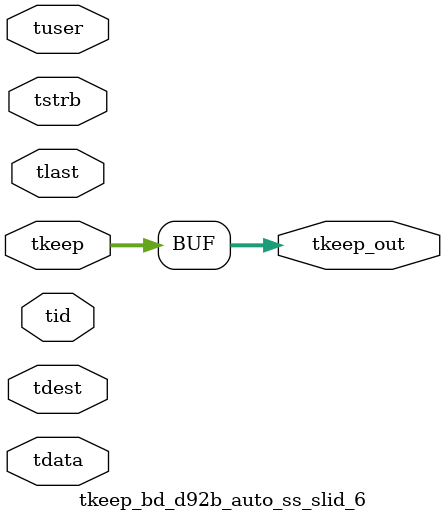
<source format=v>


`timescale 1ps/1ps

module tkeep_bd_d92b_auto_ss_slid_6 #
(
parameter C_S_AXIS_TDATA_WIDTH = 32,
parameter C_S_AXIS_TUSER_WIDTH = 0,
parameter C_S_AXIS_TID_WIDTH   = 0,
parameter C_S_AXIS_TDEST_WIDTH = 0,
parameter C_M_AXIS_TDATA_WIDTH = 32
)
(
input  [(C_S_AXIS_TDATA_WIDTH == 0 ? 1 : C_S_AXIS_TDATA_WIDTH)-1:0     ] tdata,
input  [(C_S_AXIS_TUSER_WIDTH == 0 ? 1 : C_S_AXIS_TUSER_WIDTH)-1:0     ] tuser,
input  [(C_S_AXIS_TID_WIDTH   == 0 ? 1 : C_S_AXIS_TID_WIDTH)-1:0       ] tid,
input  [(C_S_AXIS_TDEST_WIDTH == 0 ? 1 : C_S_AXIS_TDEST_WIDTH)-1:0     ] tdest,
input  [(C_S_AXIS_TDATA_WIDTH/8)-1:0 ] tkeep,
input  [(C_S_AXIS_TDATA_WIDTH/8)-1:0 ] tstrb,
input                                                                    tlast,
output [(C_M_AXIS_TDATA_WIDTH/8)-1:0 ] tkeep_out
);

assign tkeep_out = {tkeep[7:0]};

endmodule


</source>
